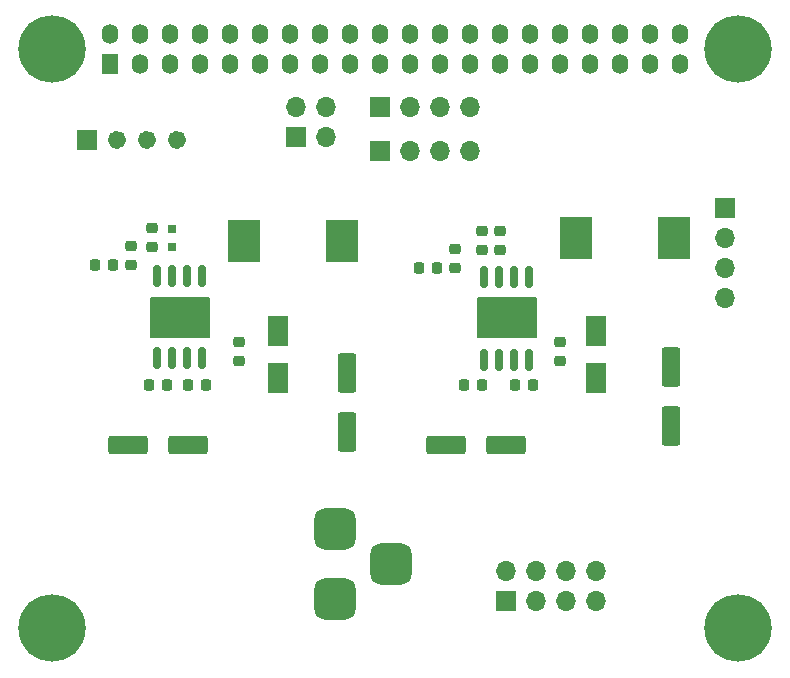
<source format=gts>
G04 #@! TF.GenerationSoftware,KiCad,Pcbnew,(6.0.1)*
G04 #@! TF.CreationDate,2023-02-19T12:06:20-06:00*
G04 #@! TF.ProjectId,2019-Pi-Power,32303139-2d50-4692-9d50-6f7765722e6b,V2*
G04 #@! TF.SameCoordinates,Original*
G04 #@! TF.FileFunction,Soldermask,Top*
G04 #@! TF.FilePolarity,Negative*
%FSLAX46Y46*%
G04 Gerber Fmt 4.6, Leading zero omitted, Abs format (unit mm)*
G04 Created by KiCad (PCBNEW (6.0.1)) date 2023-02-19 12:06:20*
%MOMM*%
%LPD*%
G01*
G04 APERTURE LIST*
G04 Aperture macros list*
%AMRoundRect*
0 Rectangle with rounded corners*
0 $1 Rounding radius*
0 $2 $3 $4 $5 $6 $7 $8 $9 X,Y pos of 4 corners*
0 Add a 4 corners polygon primitive as box body*
4,1,4,$2,$3,$4,$5,$6,$7,$8,$9,$2,$3,0*
0 Add four circle primitives for the rounded corners*
1,1,$1+$1,$2,$3*
1,1,$1+$1,$4,$5*
1,1,$1+$1,$6,$7*
1,1,$1+$1,$8,$9*
0 Add four rect primitives between the rounded corners*
20,1,$1+$1,$2,$3,$4,$5,0*
20,1,$1+$1,$4,$5,$6,$7,0*
20,1,$1+$1,$6,$7,$8,$9,0*
20,1,$1+$1,$8,$9,$2,$3,0*%
G04 Aperture macros list end*
%ADD10C,0.150000*%
%ADD11C,0.796200*%
%ADD12C,0.010000*%
%ADD13C,5.700000*%
%ADD14RoundRect,0.218750X-0.218750X-0.256250X0.218750X-0.256250X0.218750X0.256250X-0.218750X0.256250X0*%
%ADD15RoundRect,0.218750X-0.256250X0.218750X-0.256250X-0.218750X0.256250X-0.218750X0.256250X0.218750X0*%
%ADD16R,0.750000X0.800000*%
%ADD17RoundRect,0.875000X0.875000X-0.875000X0.875000X0.875000X-0.875000X0.875000X-0.875000X-0.875000X0*%
%ADD18R,2.700000X3.600000*%
%ADD19RoundRect,0.218750X0.218750X0.256250X-0.218750X0.256250X-0.218750X-0.256250X0.218750X-0.256250X0*%
%ADD20RoundRect,0.218750X0.256250X-0.218750X0.256250X0.218750X-0.256250X0.218750X-0.256250X-0.218750X0*%
%ADD21RoundRect,0.150000X-0.150000X0.800000X-0.150000X-0.800000X0.150000X-0.800000X0.150000X0.800000X0*%
%ADD22R,1.700000X2.500000*%
%ADD23RoundRect,0.250000X1.412500X0.550000X-1.412500X0.550000X-1.412500X-0.550000X1.412500X-0.550000X0*%
%ADD24RoundRect,0.250000X-0.550000X1.412500X-0.550000X-1.412500X0.550000X-1.412500X0.550000X1.412500X0*%
%ADD25R,1.700000X1.700000*%
%ADD26O,1.700000X1.700000*%
%ADD27R,1.400000X1.700000*%
%ADD28O,1.400000X1.700000*%
G04 APERTURE END LIST*
D10*
X239497000Y-118504000D02*
X244450000Y-118504000D01*
X244450000Y-118504000D02*
X244450000Y-121806000D01*
X244450000Y-121806000D02*
X239497000Y-121806000D01*
X239497000Y-121806000D02*
X239497000Y-118504000D01*
G36*
X244450000Y-121806000D02*
G01*
X239497000Y-121806000D01*
X239497000Y-118504000D01*
X244450000Y-118504000D01*
X244450000Y-121806000D01*
G37*
X244450000Y-121806000D02*
X239497000Y-121806000D01*
X239497000Y-118504000D01*
X244450000Y-118504000D01*
X244450000Y-121806000D01*
X211811000Y-118504000D02*
X216764000Y-118504000D01*
X216764000Y-118504000D02*
X216764000Y-121806000D01*
X216764000Y-121806000D02*
X211811000Y-121806000D01*
X211811000Y-121806000D02*
X211811000Y-118504000D01*
G36*
X216764000Y-121806000D02*
G01*
X211811000Y-121806000D01*
X211811000Y-118504000D01*
X216764000Y-118504000D01*
X216764000Y-121806000D01*
G37*
X216764000Y-121806000D02*
X211811000Y-121806000D01*
X211811000Y-118504000D01*
X216764000Y-118504000D01*
X216764000Y-121806000D01*
D11*
X209352350Y-105145000D02*
G75*
G03*
X209352350Y-105145000I-398100J0D01*
G01*
X211892350Y-105145000D02*
G75*
G03*
X211892350Y-105145000I-398100J0D01*
G01*
X214432350Y-105145000D02*
G75*
G03*
X214432350Y-105145000I-398100J0D01*
G01*
D12*
X207210450Y-105941200D02*
X205618050Y-105941200D01*
X205618050Y-105941200D02*
X205618050Y-104348800D01*
X205618050Y-104348800D02*
X207210450Y-104348800D01*
X207210450Y-104348800D02*
X207210450Y-105941200D01*
G36*
X207210450Y-105941200D02*
G01*
X205618050Y-105941200D01*
X205618050Y-104348800D01*
X207210450Y-104348800D01*
X207210450Y-105941200D01*
G37*
X207210450Y-105941200D02*
X205618050Y-105941200D01*
X205618050Y-104348800D01*
X207210450Y-104348800D01*
X207210450Y-105941200D01*
D13*
X203500000Y-97500000D03*
X261500000Y-97500000D03*
X203500000Y-146500000D03*
X261500000Y-146500000D03*
D14*
X214960500Y-125870000D03*
X216535500Y-125870000D03*
D15*
X219304000Y-122263000D03*
X219304000Y-123838000D03*
D16*
X213589000Y-114186000D03*
X213589000Y-112686000D03*
D17*
X227432000Y-138062000D03*
X227432000Y-144062000D03*
X232132000Y-141062000D03*
D18*
X228026000Y-113678000D03*
X219726000Y-113678000D03*
D19*
X213208000Y-125870000D03*
X211633000Y-125870000D03*
D20*
X210160000Y-115735500D03*
X210160000Y-114160500D03*
D15*
X211938000Y-112636500D03*
X211938000Y-114211500D03*
D14*
X207086500Y-115710000D03*
X208661500Y-115710000D03*
D21*
X216192500Y-116655000D03*
X214922500Y-116655000D03*
X213652500Y-116655000D03*
X212382500Y-116655000D03*
X212382500Y-123655000D03*
X213652500Y-123655000D03*
X214922500Y-123655000D03*
X216192500Y-123655000D03*
D22*
X222606000Y-125330000D03*
X222606000Y-121330000D03*
D23*
X214983500Y-130950000D03*
X209908500Y-130950000D03*
D24*
X228448000Y-124856500D03*
X228448000Y-129931500D03*
D25*
X241910000Y-144158000D03*
D26*
X241910000Y-141618000D03*
X244450000Y-144158000D03*
X244450000Y-141618000D03*
X246990000Y-144158000D03*
X246990000Y-141618000D03*
X249530000Y-144158000D03*
X249530000Y-141618000D03*
D25*
X231242000Y-102375000D03*
D26*
X233782000Y-102375000D03*
X236322000Y-102375000D03*
X238862000Y-102375000D03*
D25*
X231242000Y-106058000D03*
D26*
X233782000Y-106058000D03*
X236322000Y-106058000D03*
X238862000Y-106058000D03*
D25*
X224130000Y-104915000D03*
D26*
X224130000Y-102375000D03*
X226670000Y-104915000D03*
X226670000Y-102375000D03*
D23*
X241907500Y-130950000D03*
X236832500Y-130950000D03*
D14*
X242646500Y-125870000D03*
X244221500Y-125870000D03*
D15*
X246482000Y-122263000D03*
X246482000Y-123838000D03*
D24*
X255880000Y-124348500D03*
X255880000Y-129423500D03*
D22*
X249530000Y-125330000D03*
X249530000Y-121330000D03*
D18*
X256134000Y-113424000D03*
X247834000Y-113424000D03*
D19*
X239903500Y-125870000D03*
X238328500Y-125870000D03*
D20*
X237592000Y-115989500D03*
X237592000Y-114414500D03*
D14*
X234518500Y-115964000D03*
X236093500Y-115964000D03*
D21*
X243815000Y-116782000D03*
X242545000Y-116782000D03*
X241275000Y-116782000D03*
X240005000Y-116782000D03*
X240005000Y-123782000D03*
X241275000Y-123782000D03*
X242545000Y-123782000D03*
X243815000Y-123782000D03*
D20*
X241402000Y-114465500D03*
X241402000Y-112890500D03*
D15*
X239878000Y-112890500D03*
X239878000Y-114465500D03*
D25*
X260452000Y-110884000D03*
D26*
X260452000Y-113424000D03*
X260452000Y-115964000D03*
X260452000Y-118504000D03*
D27*
X208370000Y-98770000D03*
D28*
X208370000Y-96230000D03*
X210910000Y-98770000D03*
X210910000Y-96230000D03*
X213450000Y-98770000D03*
X213450000Y-96230000D03*
X215990000Y-98770000D03*
X215990000Y-96230000D03*
X218530000Y-98770000D03*
X218530000Y-96230000D03*
X221070000Y-98770000D03*
X221070000Y-96230000D03*
X223610000Y-98770000D03*
X223610000Y-96230000D03*
X226150000Y-98770000D03*
X226150000Y-96230000D03*
X228690000Y-98770000D03*
X228690000Y-96230000D03*
X231230000Y-98770000D03*
X231230000Y-96230000D03*
X233770000Y-98770000D03*
X233770000Y-96230000D03*
X236310000Y-98770000D03*
X236310000Y-96230000D03*
X238850000Y-98770000D03*
X238850000Y-96230000D03*
X241390000Y-98770000D03*
X241390000Y-96230000D03*
X243930000Y-98770000D03*
X243930000Y-96230000D03*
X246470000Y-98770000D03*
X246470000Y-96230000D03*
X249010000Y-98770000D03*
X249010000Y-96230000D03*
X251550000Y-98770000D03*
X251550000Y-96230000D03*
X254090000Y-98770000D03*
X254090000Y-96230000D03*
X256630000Y-98770000D03*
X256630000Y-96230000D03*
M02*

</source>
